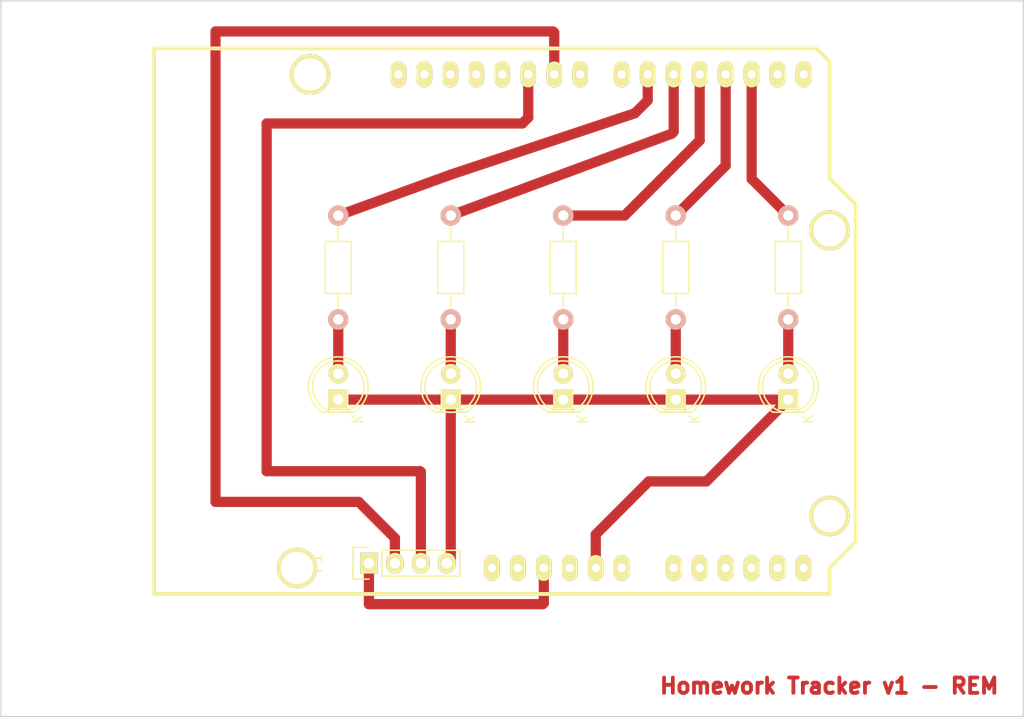
<source format=kicad_pcb>
(kicad_pcb (version 4) (host pcbnew 4.0.2-stable)

  (general
    (links 19)
    (no_connects 0)
    (area 74.924999 57.126 175.075001 128.075001)
    (thickness 1.6)
    (drawings 5)
    (tracks 50)
    (zones 0)
    (modules 12)
    (nets 34)
  )

  (page A4)
  (layers
    (0 F.Cu signal)
    (31 B.Cu signal hide)
    (32 B.Adhes user hide)
    (33 F.Adhes user hide)
    (34 B.Paste user hide)
    (35 F.Paste user hide)
    (36 B.SilkS user hide)
    (37 F.SilkS user hide)
    (38 B.Mask user hide)
    (39 F.Mask user hide)
    (40 Dwgs.User user hide)
    (41 Cmts.User user hide)
    (42 Eco1.User user hide)
    (43 Eco2.User user hide)
    (44 Edge.Cuts user)
    (45 Margin user hide)
    (46 B.CrtYd user hide)
    (47 F.CrtYd user hide)
    (48 B.Fab user hide)
    (49 F.Fab user hide)
  )

  (setup
    (last_trace_width 1)
    (trace_clearance 0.2)
    (zone_clearance 0.508)
    (zone_45_only no)
    (trace_min 0.2)
    (segment_width 0.2)
    (edge_width 0.15)
    (via_size 0.6)
    (via_drill 0.4)
    (via_min_size 0.4)
    (via_min_drill 0.3)
    (uvia_size 0.3)
    (uvia_drill 0.1)
    (uvias_allowed no)
    (uvia_min_size 0.2)
    (uvia_min_drill 0.1)
    (pcb_text_width 0.3)
    (pcb_text_size 1.5 1.5)
    (mod_edge_width 0.15)
    (mod_text_size 1 1)
    (mod_text_width 0.15)
    (pad_size 1.524 1.524)
    (pad_drill 0.762)
    (pad_to_mask_clearance 0.2)
    (aux_axis_origin 0 0)
    (visible_elements FFFFFF7F)
    (pcbplotparams
      (layerselection 0x00030_80000001)
      (usegerberextensions false)
      (excludeedgelayer true)
      (linewidth 0.100000)
      (plotframeref false)
      (viasonmask false)
      (mode 1)
      (useauxorigin false)
      (hpglpennumber 1)
      (hpglpenspeed 20)
      (hpglpendiameter 15)
      (hpglpenoverlay 2)
      (psnegative false)
      (psa4output false)
      (plotreference true)
      (plotvalue true)
      (plotinvisibletext false)
      (padsonsilk false)
      (subtractmaskfromsilk false)
      (outputformat 1)
      (mirror false)
      (drillshape 1)
      (scaleselection 1)
      (outputdirectory ""))
  )

  (net 0 "")
  (net 1 "Net-(D1-Pad1)")
  (net 2 "Net-(D1-Pad2)")
  (net 3 "Net-(D2-Pad2)")
  (net 4 "Net-(D3-Pad2)")
  (net 5 "Net-(D4-Pad2)")
  (net 6 "Net-(D5-Pad2)")
  (net 7 "Net-(P1-Pad1)")
  (net 8 "Net-(P1-Pad2)")
  (net 9 "Net-(P1-Pad3)")
  (net 10 "Net-(R1-Pad1)")
  (net 11 "Net-(R2-Pad1)")
  (net 12 "Net-(R3-Pad1)")
  (net 13 "Net-(R4-Pad1)")
  (net 14 "Net-(R5-Pad1)")
  (net 15 "Net-(SHIELD1-PadAD5)")
  (net 16 "Net-(SHIELD1-PadAD4)")
  (net 17 "Net-(SHIELD1-PadAD3)")
  (net 18 "Net-(SHIELD1-PadAD0)")
  (net 19 "Net-(SHIELD1-PadAD1)")
  (net 20 "Net-(SHIELD1-PadAD2)")
  (net 21 "Net-(SHIELD1-PadV_IN)")
  (net 22 "Net-(SHIELD1-PadGND1)")
  (net 23 "Net-(SHIELD1-Pad3V3)")
  (net 24 "Net-(SHIELD1-PadRST)")
  (net 25 "Net-(SHIELD1-Pad0)")
  (net 26 "Net-(SHIELD1-Pad1)")
  (net 27 "Net-(SHIELD1-Pad7)")
  (net 28 "Net-(SHIELD1-Pad8)")
  (net 29 "Net-(SHIELD1-Pad11)")
  (net 30 "Net-(SHIELD1-Pad12)")
  (net 31 "Net-(SHIELD1-Pad13)")
  (net 32 "Net-(SHIELD1-PadGND3)")
  (net 33 "Net-(SHIELD1-PadAREF)")

  (net_class Default "This is the default net class."
    (clearance 0.2)
    (trace_width 1)
    (via_dia 0.6)
    (via_drill 0.4)
    (uvia_dia 0.3)
    (uvia_drill 0.1)
    (add_net "Net-(D1-Pad1)")
    (add_net "Net-(D1-Pad2)")
    (add_net "Net-(D2-Pad2)")
    (add_net "Net-(D3-Pad2)")
    (add_net "Net-(D4-Pad2)")
    (add_net "Net-(D5-Pad2)")
    (add_net "Net-(P1-Pad1)")
    (add_net "Net-(P1-Pad2)")
    (add_net "Net-(P1-Pad3)")
    (add_net "Net-(R1-Pad1)")
    (add_net "Net-(R2-Pad1)")
    (add_net "Net-(R3-Pad1)")
    (add_net "Net-(R4-Pad1)")
    (add_net "Net-(R5-Pad1)")
    (add_net "Net-(SHIELD1-Pad0)")
    (add_net "Net-(SHIELD1-Pad1)")
    (add_net "Net-(SHIELD1-Pad11)")
    (add_net "Net-(SHIELD1-Pad12)")
    (add_net "Net-(SHIELD1-Pad13)")
    (add_net "Net-(SHIELD1-Pad3V3)")
    (add_net "Net-(SHIELD1-Pad7)")
    (add_net "Net-(SHIELD1-Pad8)")
    (add_net "Net-(SHIELD1-PadAD0)")
    (add_net "Net-(SHIELD1-PadAD1)")
    (add_net "Net-(SHIELD1-PadAD2)")
    (add_net "Net-(SHIELD1-PadAD3)")
    (add_net "Net-(SHIELD1-PadAD4)")
    (add_net "Net-(SHIELD1-PadAD5)")
    (add_net "Net-(SHIELD1-PadAREF)")
    (add_net "Net-(SHIELD1-PadGND1)")
    (add_net "Net-(SHIELD1-PadGND3)")
    (add_net "Net-(SHIELD1-PadRST)")
    (add_net "Net-(SHIELD1-PadV_IN)")
  )

  (module LEDs:LED-5MM (layer F.Cu) (tedit 56F353F1) (tstamp 56F34775)
    (at 108 97 90)
    (descr "LED 5mm round vertical")
    (tags "LED 5mm round vertical")
    (path /56F336AF)
    (fp_text reference D1 (at 5 3 90) (layer Dwgs.User)
      (effects (font (size 1 1) (thickness 0.15)))
    )
    (fp_text value LED (at 2 3 90) (layer Dwgs.User)
      (effects (font (size 1 1) (thickness 0.15)))
    )
    (fp_line (start -1.5 -1.55) (end -1.5 1.55) (layer F.CrtYd) (width 0.05))
    (fp_arc (start 1.3 0) (end -1.5 1.55) (angle -302) (layer F.CrtYd) (width 0.05))
    (fp_arc (start 1.27 0) (end -1.23 -1.5) (angle 297.5) (layer F.SilkS) (width 0.15))
    (fp_line (start -1.23 1.5) (end -1.23 -1.5) (layer F.SilkS) (width 0.15))
    (fp_circle (center 1.27 0) (end 0.97 -2.5) (layer F.SilkS) (width 0.15))
    (fp_text user K (at -1.905 1.905 90) (layer F.SilkS)
      (effects (font (size 1 1) (thickness 0.15)))
    )
    (pad 1 thru_hole rect (at 0 0 180) (size 2 1.9) (drill 1.00076) (layers *.Cu *.Mask F.SilkS)
      (net 1 "Net-(D1-Pad1)"))
    (pad 2 thru_hole circle (at 2.54 0 90) (size 1.9 1.9) (drill 1.00076) (layers *.Cu *.Mask F.SilkS)
      (net 2 "Net-(D1-Pad2)"))
    (model LEDs.3dshapes/LED-5MM.wrl
      (at (xyz 0.05 0 0))
      (scale (xyz 1 1 1))
      (rotate (xyz 0 0 90))
    )
  )

  (module LEDs:LED-5MM (layer F.Cu) (tedit 56F353C9) (tstamp 56F34781)
    (at 119 97 90)
    (descr "LED 5mm round vertical")
    (tags "LED 5mm round vertical")
    (path /56F336E7)
    (fp_text reference D2 (at 5 3 90) (layer Dwgs.User)
      (effects (font (size 1 1) (thickness 0.15)))
    )
    (fp_text value LED (at 2 3 90) (layer Dwgs.User)
      (effects (font (size 1 1) (thickness 0.15)))
    )
    (fp_line (start -1.5 -1.55) (end -1.5 1.55) (layer F.CrtYd) (width 0.05))
    (fp_arc (start 1.3 0) (end -1.5 1.55) (angle -302) (layer F.CrtYd) (width 0.05))
    (fp_arc (start 1.27 0) (end -1.23 -1.5) (angle 297.5) (layer F.SilkS) (width 0.15))
    (fp_line (start -1.23 1.5) (end -1.23 -1.5) (layer F.SilkS) (width 0.15))
    (fp_circle (center 1.27 0) (end 0.97 -2.5) (layer F.SilkS) (width 0.15))
    (fp_text user K (at -1.905 1.905 90) (layer F.SilkS)
      (effects (font (size 1 1) (thickness 0.15)))
    )
    (pad 1 thru_hole rect (at 0 0 180) (size 2 1.9) (drill 1.00076) (layers *.Cu *.Mask F.SilkS)
      (net 1 "Net-(D1-Pad1)"))
    (pad 2 thru_hole circle (at 2.54 0 90) (size 1.9 1.9) (drill 1.00076) (layers *.Cu *.Mask F.SilkS)
      (net 3 "Net-(D2-Pad2)"))
    (model LEDs.3dshapes/LED-5MM.wrl
      (at (xyz 0.05 0 0))
      (scale (xyz 1 1 1))
      (rotate (xyz 0 0 90))
    )
  )

  (module LEDs:LED-5MM (layer F.Cu) (tedit 56F35429) (tstamp 56F3478D)
    (at 130 97 90)
    (descr "LED 5mm round vertical")
    (tags "LED 5mm round vertical")
    (path /56F33710)
    (fp_text reference D3 (at 5 3 90) (layer Dwgs.User)
      (effects (font (size 1 1) (thickness 0.15)))
    )
    (fp_text value LED (at 2 3 90) (layer Dwgs.User)
      (effects (font (size 1 1) (thickness 0.15)))
    )
    (fp_line (start -1.5 -1.55) (end -1.5 1.55) (layer F.CrtYd) (width 0.05))
    (fp_arc (start 1.3 0) (end -1.5 1.55) (angle -302) (layer F.CrtYd) (width 0.05))
    (fp_arc (start 1.27 0) (end -1.23 -1.5) (angle 297.5) (layer F.SilkS) (width 0.15))
    (fp_line (start -1.23 1.5) (end -1.23 -1.5) (layer F.SilkS) (width 0.15))
    (fp_circle (center 1.27 0) (end 0.97 -2.5) (layer F.SilkS) (width 0.15))
    (fp_text user K (at -1.905 1.905 90) (layer F.SilkS)
      (effects (font (size 1 1) (thickness 0.15)))
    )
    (pad 1 thru_hole rect (at 0 0 180) (size 2 1.9) (drill 1.00076) (layers *.Cu *.Mask F.SilkS)
      (net 1 "Net-(D1-Pad1)"))
    (pad 2 thru_hole circle (at 2.54 0 90) (size 1.9 1.9) (drill 1.00076) (layers *.Cu *.Mask F.SilkS)
      (net 4 "Net-(D3-Pad2)"))
    (model LEDs.3dshapes/LED-5MM.wrl
      (at (xyz 0.05 0 0))
      (scale (xyz 1 1 1))
      (rotate (xyz 0 0 90))
    )
  )

  (module LEDs:LED-5MM (layer F.Cu) (tedit 56F3544D) (tstamp 56F34799)
    (at 141 97 90)
    (descr "LED 5mm round vertical")
    (tags "LED 5mm round vertical")
    (path /56F338EC)
    (fp_text reference D4 (at 5 3 90) (layer Dwgs.User)
      (effects (font (size 1 1) (thickness 0.15)))
    )
    (fp_text value LED (at 2 3 90) (layer Dwgs.User)
      (effects (font (size 1 1) (thickness 0.15)))
    )
    (fp_line (start -1.5 -1.55) (end -1.5 1.55) (layer F.CrtYd) (width 0.05))
    (fp_arc (start 1.3 0) (end -1.5 1.55) (angle -302) (layer F.CrtYd) (width 0.05))
    (fp_arc (start 1.27 0) (end -1.23 -1.5) (angle 297.5) (layer F.SilkS) (width 0.15))
    (fp_line (start -1.23 1.5) (end -1.23 -1.5) (layer F.SilkS) (width 0.15))
    (fp_circle (center 1.27 0) (end 0.97 -2.5) (layer F.SilkS) (width 0.15))
    (fp_text user K (at -1.905 1.905 90) (layer F.SilkS)
      (effects (font (size 1 1) (thickness 0.15)))
    )
    (pad 1 thru_hole rect (at 0 0 180) (size 2 1.9) (drill 1.00076) (layers *.Cu *.Mask F.SilkS)
      (net 1 "Net-(D1-Pad1)"))
    (pad 2 thru_hole circle (at 2.54 0 90) (size 1.9 1.9) (drill 1.00076) (layers *.Cu *.Mask F.SilkS)
      (net 5 "Net-(D4-Pad2)"))
    (model LEDs.3dshapes/LED-5MM.wrl
      (at (xyz 0.05 0 0))
      (scale (xyz 1 1 1))
      (rotate (xyz 0 0 90))
    )
  )

  (module LEDs:LED-5MM (layer F.Cu) (tedit 56F35474) (tstamp 56F347A5)
    (at 152 97 90)
    (descr "LED 5mm round vertical")
    (tags "LED 5mm round vertical")
    (path /56F3391E)
    (fp_text reference D5 (at 5 3 90) (layer Dwgs.User)
      (effects (font (size 1 1) (thickness 0.15)))
    )
    (fp_text value LED (at 2 3 90) (layer Dwgs.User)
      (effects (font (size 1 1) (thickness 0.15)))
    )
    (fp_line (start -1.5 -1.55) (end -1.5 1.55) (layer F.CrtYd) (width 0.05))
    (fp_arc (start 1.3 0) (end -1.5 1.55) (angle -302) (layer F.CrtYd) (width 0.05))
    (fp_arc (start 1.27 0) (end -1.23 -1.5) (angle 297.5) (layer F.SilkS) (width 0.15))
    (fp_line (start -1.23 1.5) (end -1.23 -1.5) (layer F.SilkS) (width 0.15))
    (fp_circle (center 1.27 0) (end 0.97 -2.5) (layer F.SilkS) (width 0.15))
    (fp_text user K (at -1.905 1.905 90) (layer F.SilkS)
      (effects (font (size 1 1) (thickness 0.15)))
    )
    (pad 1 thru_hole rect (at 0 0 180) (size 2 1.9) (drill 1.00076) (layers *.Cu *.Mask F.SilkS)
      (net 1 "Net-(D1-Pad1)"))
    (pad 2 thru_hole circle (at 2.54 0 90) (size 1.9 1.9) (drill 1.00076) (layers *.Cu *.Mask F.SilkS)
      (net 6 "Net-(D5-Pad2)"))
    (model LEDs.3dshapes/LED-5MM.wrl
      (at (xyz 0.05 0 0))
      (scale (xyz 1 1 1))
      (rotate (xyz 0 0 90))
    )
  )

  (module Pin_Headers:Pin_Header_Straight_1x04 (layer F.Cu) (tedit 56F35258) (tstamp 56F347B8)
    (at 111 113 90)
    (descr "Through hole pin header")
    (tags "pin header")
    (path /56F33A99)
    (fp_text reference P1 (at 0 -5.1 90) (layer F.SilkS)
      (effects (font (size 1 1) (thickness 0.15)))
    )
    (fp_text value "VCC SOUT EN GND" (at -6 4 180) (layer Dwgs.User)
      (effects (font (size 1 1) (thickness 0.15)))
    )
    (fp_line (start -1.75 -1.75) (end -1.75 9.4) (layer F.CrtYd) (width 0.05))
    (fp_line (start 1.75 -1.75) (end 1.75 9.4) (layer F.CrtYd) (width 0.05))
    (fp_line (start -1.75 -1.75) (end 1.75 -1.75) (layer F.CrtYd) (width 0.05))
    (fp_line (start -1.75 9.4) (end 1.75 9.4) (layer F.CrtYd) (width 0.05))
    (fp_line (start -1.27 1.27) (end -1.27 8.89) (layer F.SilkS) (width 0.15))
    (fp_line (start 1.27 1.27) (end 1.27 8.89) (layer F.SilkS) (width 0.15))
    (fp_line (start 1.55 -1.55) (end 1.55 0) (layer F.SilkS) (width 0.15))
    (fp_line (start -1.27 8.89) (end 1.27 8.89) (layer F.SilkS) (width 0.15))
    (fp_line (start 1.27 1.27) (end -1.27 1.27) (layer F.SilkS) (width 0.15))
    (fp_line (start -1.55 0) (end -1.55 -1.55) (layer F.SilkS) (width 0.15))
    (fp_line (start -1.55 -1.55) (end 1.55 -1.55) (layer F.SilkS) (width 0.15))
    (pad 1 thru_hole rect (at 0 0 90) (size 2.032 1.7272) (drill 1.016) (layers *.Cu *.Mask F.SilkS)
      (net 7 "Net-(P1-Pad1)"))
    (pad 2 thru_hole oval (at 0 2.54 90) (size 2.032 1.7272) (drill 1.016) (layers *.Cu *.Mask F.SilkS)
      (net 8 "Net-(P1-Pad2)"))
    (pad 3 thru_hole oval (at 0 5.08 90) (size 2.032 1.7272) (drill 1.016) (layers *.Cu *.Mask F.SilkS)
      (net 9 "Net-(P1-Pad3)"))
    (pad 4 thru_hole oval (at 0 7.62 90) (size 2.032 1.7272) (drill 1.016) (layers *.Cu *.Mask F.SilkS)
      (net 1 "Net-(D1-Pad1)"))
    (model Pin_Headers.3dshapes/Pin_Header_Straight_1x04.wrl
      (at (xyz 0 -0.15 0))
      (scale (xyz 1 1 1))
      (rotate (xyz 0 0 90))
    )
  )

  (module Resistors_ThroughHole:Resistor_Horizontal_RM10mm (layer F.Cu) (tedit 56F353E5) (tstamp 56F347C8)
    (at 108 79 270)
    (descr "Resistor, Axial,  RM 10mm, 1/3W")
    (tags "Resistor Axial RM 10mm 1/3W")
    (path /56F0B702)
    (fp_text reference R1 (at 7 0 270) (layer Dwgs.User)
      (effects (font (size 1 1) (thickness 0.15)))
    )
    (fp_text value 220 (at 4 0 270) (layer Dwgs.User)
      (effects (font (size 1 1) (thickness 0.15)))
    )
    (fp_line (start -1.25 -1.5) (end 11.4 -1.5) (layer F.CrtYd) (width 0.05))
    (fp_line (start -1.25 1.5) (end -1.25 -1.5) (layer F.CrtYd) (width 0.05))
    (fp_line (start 11.4 -1.5) (end 11.4 1.5) (layer F.CrtYd) (width 0.05))
    (fp_line (start -1.25 1.5) (end 11.4 1.5) (layer F.CrtYd) (width 0.05))
    (fp_line (start 2.54 -1.27) (end 7.62 -1.27) (layer F.SilkS) (width 0.15))
    (fp_line (start 7.62 -1.27) (end 7.62 1.27) (layer F.SilkS) (width 0.15))
    (fp_line (start 7.62 1.27) (end 2.54 1.27) (layer F.SilkS) (width 0.15))
    (fp_line (start 2.54 1.27) (end 2.54 -1.27) (layer F.SilkS) (width 0.15))
    (fp_line (start 2.54 0) (end 1.27 0) (layer F.SilkS) (width 0.15))
    (fp_line (start 7.62 0) (end 8.89 0) (layer F.SilkS) (width 0.15))
    (pad 1 thru_hole circle (at 0 0 270) (size 1.99898 1.99898) (drill 1.00076) (layers *.Cu *.SilkS *.Mask)
      (net 10 "Net-(R1-Pad1)"))
    (pad 2 thru_hole circle (at 10.16 0 270) (size 1.99898 1.99898) (drill 1.00076) (layers *.Cu *.SilkS *.Mask)
      (net 2 "Net-(D1-Pad2)"))
    (model Resistors_ThroughHole.3dshapes/Resistor_Horizontal_RM10mm.wrl
      (at (xyz 0.2 0 0))
      (scale (xyz 0.4 0.4 0.4))
      (rotate (xyz 0 0 0))
    )
  )

  (module Resistors_ThroughHole:Resistor_Horizontal_RM10mm (layer F.Cu) (tedit 56F353FB) (tstamp 56F347D8)
    (at 119 79 270)
    (descr "Resistor, Axial,  RM 10mm, 1/3W")
    (tags "Resistor Axial RM 10mm 1/3W")
    (path /56F0B623)
    (fp_text reference R2 (at 7 0 270) (layer Dwgs.User)
      (effects (font (size 1 1) (thickness 0.15)))
    )
    (fp_text value 220 (at 4 0 270) (layer Dwgs.User)
      (effects (font (size 1 1) (thickness 0.15)))
    )
    (fp_line (start -1.25 -1.5) (end 11.4 -1.5) (layer F.CrtYd) (width 0.05))
    (fp_line (start -1.25 1.5) (end -1.25 -1.5) (layer F.CrtYd) (width 0.05))
    (fp_line (start 11.4 -1.5) (end 11.4 1.5) (layer F.CrtYd) (width 0.05))
    (fp_line (start -1.25 1.5) (end 11.4 1.5) (layer F.CrtYd) (width 0.05))
    (fp_line (start 2.54 -1.27) (end 7.62 -1.27) (layer F.SilkS) (width 0.15))
    (fp_line (start 7.62 -1.27) (end 7.62 1.27) (layer F.SilkS) (width 0.15))
    (fp_line (start 7.62 1.27) (end 2.54 1.27) (layer F.SilkS) (width 0.15))
    (fp_line (start 2.54 1.27) (end 2.54 -1.27) (layer F.SilkS) (width 0.15))
    (fp_line (start 2.54 0) (end 1.27 0) (layer F.SilkS) (width 0.15))
    (fp_line (start 7.62 0) (end 8.89 0) (layer F.SilkS) (width 0.15))
    (pad 1 thru_hole circle (at 0 0 270) (size 1.99898 1.99898) (drill 1.00076) (layers *.Cu *.SilkS *.Mask)
      (net 11 "Net-(R2-Pad1)"))
    (pad 2 thru_hole circle (at 10.16 0 270) (size 1.99898 1.99898) (drill 1.00076) (layers *.Cu *.SilkS *.Mask)
      (net 3 "Net-(D2-Pad2)"))
    (model Resistors_ThroughHole.3dshapes/Resistor_Horizontal_RM10mm.wrl
      (at (xyz 0.2 0 0))
      (scale (xyz 0.4 0.4 0.4))
      (rotate (xyz 0 0 0))
    )
  )

  (module Resistors_ThroughHole:Resistor_Horizontal_RM10mm (layer F.Cu) (tedit 56F35410) (tstamp 56F347E8)
    (at 130 79 270)
    (descr "Resistor, Axial,  RM 10mm, 1/3W")
    (tags "Resistor Axial RM 10mm 1/3W")
    (path /56F32465)
    (fp_text reference R3 (at 7 0 270) (layer Dwgs.User)
      (effects (font (size 1 1) (thickness 0.15)))
    )
    (fp_text value 220 (at 4 0 270) (layer Dwgs.User)
      (effects (font (size 1 1) (thickness 0.15)))
    )
    (fp_line (start -1.25 -1.5) (end 11.4 -1.5) (layer F.CrtYd) (width 0.05))
    (fp_line (start -1.25 1.5) (end -1.25 -1.5) (layer F.CrtYd) (width 0.05))
    (fp_line (start 11.4 -1.5) (end 11.4 1.5) (layer F.CrtYd) (width 0.05))
    (fp_line (start -1.25 1.5) (end 11.4 1.5) (layer F.CrtYd) (width 0.05))
    (fp_line (start 2.54 -1.27) (end 7.62 -1.27) (layer F.SilkS) (width 0.15))
    (fp_line (start 7.62 -1.27) (end 7.62 1.27) (layer F.SilkS) (width 0.15))
    (fp_line (start 7.62 1.27) (end 2.54 1.27) (layer F.SilkS) (width 0.15))
    (fp_line (start 2.54 1.27) (end 2.54 -1.27) (layer F.SilkS) (width 0.15))
    (fp_line (start 2.54 0) (end 1.27 0) (layer F.SilkS) (width 0.15))
    (fp_line (start 7.62 0) (end 8.89 0) (layer F.SilkS) (width 0.15))
    (pad 1 thru_hole circle (at 0 0 270) (size 1.99898 1.99898) (drill 1.00076) (layers *.Cu *.SilkS *.Mask)
      (net 12 "Net-(R3-Pad1)"))
    (pad 2 thru_hole circle (at 10.16 0 270) (size 1.99898 1.99898) (drill 1.00076) (layers *.Cu *.SilkS *.Mask)
      (net 4 "Net-(D3-Pad2)"))
    (model Resistors_ThroughHole.3dshapes/Resistor_Horizontal_RM10mm.wrl
      (at (xyz 0.2 0 0))
      (scale (xyz 0.4 0.4 0.4))
      (rotate (xyz 0 0 0))
    )
  )

  (module Resistors_ThroughHole:Resistor_Horizontal_RM10mm (layer F.Cu) (tedit 56F3543B) (tstamp 56F347F8)
    (at 141 79 270)
    (descr "Resistor, Axial,  RM 10mm, 1/3W")
    (tags "Resistor Axial RM 10mm 1/3W")
    (path /56F3360E)
    (fp_text reference R4 (at 7 0 270) (layer Dwgs.User)
      (effects (font (size 1 1) (thickness 0.15)))
    )
    (fp_text value 220 (at 4 0 270) (layer Dwgs.User)
      (effects (font (size 1 1) (thickness 0.15)))
    )
    (fp_line (start -1.25 -1.5) (end 11.4 -1.5) (layer F.CrtYd) (width 0.05))
    (fp_line (start -1.25 1.5) (end -1.25 -1.5) (layer F.CrtYd) (width 0.05))
    (fp_line (start 11.4 -1.5) (end 11.4 1.5) (layer F.CrtYd) (width 0.05))
    (fp_line (start -1.25 1.5) (end 11.4 1.5) (layer F.CrtYd) (width 0.05))
    (fp_line (start 2.54 -1.27) (end 7.62 -1.27) (layer F.SilkS) (width 0.15))
    (fp_line (start 7.62 -1.27) (end 7.62 1.27) (layer F.SilkS) (width 0.15))
    (fp_line (start 7.62 1.27) (end 2.54 1.27) (layer F.SilkS) (width 0.15))
    (fp_line (start 2.54 1.27) (end 2.54 -1.27) (layer F.SilkS) (width 0.15))
    (fp_line (start 2.54 0) (end 1.27 0) (layer F.SilkS) (width 0.15))
    (fp_line (start 7.62 0) (end 8.89 0) (layer F.SilkS) (width 0.15))
    (pad 1 thru_hole circle (at 0 0 270) (size 1.99898 1.99898) (drill 1.00076) (layers *.Cu *.SilkS *.Mask)
      (net 13 "Net-(R4-Pad1)"))
    (pad 2 thru_hole circle (at 10.16 0 270) (size 1.99898 1.99898) (drill 1.00076) (layers *.Cu *.SilkS *.Mask)
      (net 5 "Net-(D4-Pad2)"))
    (model Resistors_ThroughHole.3dshapes/Resistor_Horizontal_RM10mm.wrl
      (at (xyz 0.2 0 0))
      (scale (xyz 0.4 0.4 0.4))
      (rotate (xyz 0 0 0))
    )
  )

  (module Resistors_ThroughHole:Resistor_Horizontal_RM10mm (layer F.Cu) (tedit 56F35462) (tstamp 56F34808)
    (at 152 79 270)
    (descr "Resistor, Axial,  RM 10mm, 1/3W")
    (tags "Resistor Axial RM 10mm 1/3W")
    (path /56F33640)
    (fp_text reference R5 (at 7 0 270) (layer Dwgs.User)
      (effects (font (size 1 1) (thickness 0.15)))
    )
    (fp_text value 220 (at 4 0 270) (layer Dwgs.User)
      (effects (font (size 1 1) (thickness 0.15)))
    )
    (fp_line (start -1.25 -1.5) (end 11.4 -1.5) (layer F.CrtYd) (width 0.05))
    (fp_line (start -1.25 1.5) (end -1.25 -1.5) (layer F.CrtYd) (width 0.05))
    (fp_line (start 11.4 -1.5) (end 11.4 1.5) (layer F.CrtYd) (width 0.05))
    (fp_line (start -1.25 1.5) (end 11.4 1.5) (layer F.CrtYd) (width 0.05))
    (fp_line (start 2.54 -1.27) (end 7.62 -1.27) (layer F.SilkS) (width 0.15))
    (fp_line (start 7.62 -1.27) (end 7.62 1.27) (layer F.SilkS) (width 0.15))
    (fp_line (start 7.62 1.27) (end 2.54 1.27) (layer F.SilkS) (width 0.15))
    (fp_line (start 2.54 1.27) (end 2.54 -1.27) (layer F.SilkS) (width 0.15))
    (fp_line (start 2.54 0) (end 1.27 0) (layer F.SilkS) (width 0.15))
    (fp_line (start 7.62 0) (end 8.89 0) (layer F.SilkS) (width 0.15))
    (pad 1 thru_hole circle (at 0 0 270) (size 1.99898 1.99898) (drill 1.00076) (layers *.Cu *.SilkS *.Mask)
      (net 14 "Net-(R5-Pad1)"))
    (pad 2 thru_hole circle (at 10.16 0 270) (size 1.99898 1.99898) (drill 1.00076) (layers *.Cu *.SilkS *.Mask)
      (net 6 "Net-(D5-Pad2)"))
    (model Resistors_ThroughHole.3dshapes/Resistor_Horizontal_RM10mm.wrl
      (at (xyz 0.2 0 0))
      (scale (xyz 0.4 0.4 0.4))
      (rotate (xyz 0 0 0))
    )
  )

  (module "arduino_shields:ARDUINO SHIELD" (layer F.Cu) (tedit 56F3529C) (tstamp 56F34835)
    (at 90 116)
    (path /56F0B5FB)
    (fp_text reference SHIELD1 (at 2.54 -57.15) (layer F.SilkS) hide
      (effects (font (thickness 0.3048)))
    )
    (fp_text value ARDUINO_SHIELD (at 5.08 -54.61) (layer F.SilkS) hide
      (effects (font (thickness 0.3048)))
    )
    (fp_line (start 66.04 -40.64) (end 66.04 -52.07) (layer F.SilkS) (width 0.381))
    (fp_line (start 66.04 -52.07) (end 64.77 -53.34) (layer F.SilkS) (width 0.381))
    (fp_line (start 64.77 -53.34) (end 0 -53.34) (layer F.SilkS) (width 0.381))
    (fp_line (start 66.04 0) (end 0 0) (layer F.SilkS) (width 0.381))
    (fp_line (start 0 0) (end 0 -53.34) (layer F.SilkS) (width 0.381))
    (fp_line (start 66.04 -40.64) (end 68.58 -38.1) (layer F.SilkS) (width 0.381))
    (fp_line (start 68.58 -38.1) (end 68.58 -5.08) (layer F.SilkS) (width 0.381))
    (fp_line (start 68.58 -5.08) (end 66.04 -2.54) (layer F.SilkS) (width 0.381))
    (fp_line (start 66.04 -2.54) (end 66.04 0) (layer F.SilkS) (width 0.381))
    (pad AD5 thru_hole oval (at 63.5 -2.54 90) (size 2.54 1.524) (drill 0.8128) (layers *.Cu *.Mask F.SilkS)
      (net 15 "Net-(SHIELD1-PadAD5)"))
    (pad AD4 thru_hole oval (at 60.96 -2.54 90) (size 2.54 1.524) (drill 0.8128) (layers *.Cu *.Mask F.SilkS)
      (net 16 "Net-(SHIELD1-PadAD4)"))
    (pad AD3 thru_hole oval (at 58.42 -2.54 90) (size 2.54 1.524) (drill 0.8128) (layers *.Cu *.Mask F.SilkS)
      (net 17 "Net-(SHIELD1-PadAD3)"))
    (pad AD0 thru_hole oval (at 50.8 -2.54 90) (size 2.54 1.524) (drill 0.8128) (layers *.Cu *.Mask F.SilkS)
      (net 18 "Net-(SHIELD1-PadAD0)"))
    (pad AD1 thru_hole oval (at 53.34 -2.54 90) (size 2.54 1.524) (drill 0.8128) (layers *.Cu *.Mask F.SilkS)
      (net 19 "Net-(SHIELD1-PadAD1)"))
    (pad AD2 thru_hole oval (at 55.88 -2.54 90) (size 2.54 1.524) (drill 0.8128) (layers *.Cu *.Mask F.SilkS)
      (net 20 "Net-(SHIELD1-PadAD2)"))
    (pad V_IN thru_hole oval (at 45.72 -2.54 90) (size 2.54 1.524) (drill 0.8128) (layers *.Cu *.Mask F.SilkS)
      (net 21 "Net-(SHIELD1-PadV_IN)"))
    (pad GND2 thru_hole oval (at 43.18 -2.54 90) (size 2.54 1.524) (drill 0.8128) (layers *.Cu *.Mask F.SilkS)
      (net 1 "Net-(D1-Pad1)"))
    (pad GND1 thru_hole oval (at 40.64 -2.54 90) (size 2.54 1.524) (drill 0.8128) (layers *.Cu *.Mask F.SilkS)
      (net 22 "Net-(SHIELD1-PadGND1)"))
    (pad 3V3 thru_hole oval (at 35.56 -2.54 90) (size 2.54 1.524) (drill 0.8128) (layers *.Cu *.Mask F.SilkS)
      (net 23 "Net-(SHIELD1-Pad3V3)"))
    (pad RST thru_hole oval (at 33.02 -2.54 90) (size 2.54 1.524) (drill 0.8128) (layers *.Cu *.Mask F.SilkS)
      (net 24 "Net-(SHIELD1-PadRST)"))
    (pad 0 thru_hole oval (at 63.5 -50.8 90) (size 2.54 1.524) (drill 0.8128) (layers *.Cu *.Mask F.SilkS)
      (net 25 "Net-(SHIELD1-Pad0)"))
    (pad 1 thru_hole oval (at 60.96 -50.8 90) (size 2.54 1.524) (drill 0.8128) (layers *.Cu *.Mask F.SilkS)
      (net 26 "Net-(SHIELD1-Pad1)"))
    (pad 2 thru_hole oval (at 58.42 -50.8 90) (size 2.54 1.524) (drill 0.8128) (layers *.Cu *.Mask F.SilkS)
      (net 14 "Net-(R5-Pad1)"))
    (pad 3 thru_hole oval (at 55.88 -50.8 90) (size 2.54 1.524) (drill 0.8128) (layers *.Cu *.Mask F.SilkS)
      (net 13 "Net-(R4-Pad1)"))
    (pad 4 thru_hole oval (at 53.34 -50.8 90) (size 2.54 1.524) (drill 0.8128) (layers *.Cu *.Mask F.SilkS)
      (net 12 "Net-(R3-Pad1)"))
    (pad 5 thru_hole oval (at 50.8 -50.8 90) (size 2.54 1.524) (drill 0.8128) (layers *.Cu *.Mask F.SilkS)
      (net 11 "Net-(R2-Pad1)"))
    (pad 6 thru_hole oval (at 48.26 -50.8 90) (size 2.54 1.524) (drill 0.8128) (layers *.Cu *.Mask F.SilkS)
      (net 10 "Net-(R1-Pad1)"))
    (pad 7 thru_hole oval (at 45.72 -50.8 90) (size 2.54 1.524) (drill 0.8128) (layers *.Cu *.Mask F.SilkS)
      (net 27 "Net-(SHIELD1-Pad7)"))
    (pad 8 thru_hole oval (at 41.656 -50.8 90) (size 2.54 1.524) (drill 0.8128) (layers *.Cu *.Mask F.SilkS)
      (net 28 "Net-(SHIELD1-Pad8)"))
    (pad 9 thru_hole oval (at 39.116 -50.8 90) (size 2.54 1.524) (drill 0.8128) (layers *.Cu *.Mask F.SilkS)
      (net 8 "Net-(P1-Pad2)"))
    (pad 10 thru_hole oval (at 36.576 -50.8 90) (size 2.54 1.524) (drill 0.8128) (layers *.Cu *.Mask F.SilkS)
      (net 9 "Net-(P1-Pad3)"))
    (pad 11 thru_hole oval (at 34.036 -50.8 90) (size 2.54 1.524) (drill 0.8128) (layers *.Cu *.Mask F.SilkS)
      (net 29 "Net-(SHIELD1-Pad11)"))
    (pad 12 thru_hole oval (at 31.496 -50.8 90) (size 2.54 1.524) (drill 0.8128) (layers *.Cu *.Mask F.SilkS)
      (net 30 "Net-(SHIELD1-Pad12)"))
    (pad 13 thru_hole oval (at 28.956 -50.8 90) (size 2.54 1.524) (drill 0.8128) (layers *.Cu *.Mask F.SilkS)
      (net 31 "Net-(SHIELD1-Pad13)"))
    (pad GND3 thru_hole oval (at 26.416 -50.8 90) (size 2.54 1.524) (drill 0.8128) (layers *.Cu *.Mask F.SilkS)
      (net 32 "Net-(SHIELD1-PadGND3)"))
    (pad AREF thru_hole oval (at 23.876 -50.8 90) (size 2.54 1.524) (drill 0.8128) (layers *.Cu *.Mask F.SilkS)
      (net 33 "Net-(SHIELD1-PadAREF)"))
    (pad 5V thru_hole oval (at 38.1 -2.54 90) (size 2.54 1.524) (drill 0.8128) (layers *.Cu *.Mask F.SilkS)
      (net 7 "Net-(P1-Pad1)"))
    (pad "" thru_hole circle (at 66.04 -7.62 90) (size 3.937 3.937) (drill 3.175) (layers *.Cu *.Mask F.SilkS))
    (pad "" thru_hole circle (at 66.04 -35.56 90) (size 3.937 3.937) (drill 3.175) (layers *.Cu *.Mask F.SilkS))
    (pad "" thru_hole circle (at 15.24 -50.8 90) (size 3.937 3.937) (drill 3.175) (layers *.Cu *.Mask F.SilkS))
    (pad "" thru_hole circle (at 13.97 -2.54 90) (size 3.937 3.937) (drill 3.175) (layers *.Cu *.Mask F.SilkS))
  )

  (gr_text "Homework Tracker v1 - REM" (at 156 125) (layer F.Cu)
    (effects (font (size 1.5 1.5) (thickness 0.375)))
  )
  (gr_line (start 75 128) (end 75 58) (angle 90) (layer Edge.Cuts) (width 0.15))
  (gr_line (start 175 128) (end 75 128) (angle 90) (layer Edge.Cuts) (width 0.15))
  (gr_line (start 175 58) (end 175 128) (angle 90) (layer Edge.Cuts) (width 0.15))
  (gr_line (start 75 58) (end 175 58) (angle 90) (layer Edge.Cuts) (width 0.15))

  (segment (start 119 112) (end 119 112.62) (width 1) (layer F.Cu) (net 1))
  (segment (start 119 112.62) (end 118.62 113) (width 1) (layer F.Cu) (net 1) (tstamp 56F34E88))
  (segment (start 119 97) (end 119 112) (width 1) (layer F.Cu) (net 1))
  (segment (start 119 112.62) (end 118.62 113) (width 1) (layer F.Cu) (net 1) (tstamp 56F34E48))
  (segment (start 133.18 113.46) (end 133.18 110.18) (width 1) (layer F.Cu) (net 1))
  (segment (start 144 105) (end 152 97) (width 1) (layer F.Cu) (net 1) (tstamp 56F34E3A))
  (segment (start 138.36 105) (end 144 105) (width 1) (layer F.Cu) (net 1) (tstamp 56F34E33))
  (segment (start 133.18 110.18) (end 138.36 105) (width 1) (layer F.Cu) (net 1) (tstamp 56F34E2B))
  (segment (start 141 97) (end 130 97) (width 1) (layer F.Cu) (net 1))
  (segment (start 130 97) (end 119 97) (width 1) (layer F.Cu) (net 1) (tstamp 56F34E11))
  (segment (start 119 97) (end 108 97) (width 1) (layer F.Cu) (net 1) (tstamp 56F34E17))
  (segment (start 152 97) (end 141 97) (width 1) (layer F.Cu) (net 1))
  (segment (start 108 89.16) (end 108 94.46) (width 1) (layer F.Cu) (net 2))
  (segment (start 119 89.16) (end 119 94.46) (width 1) (layer F.Cu) (net 3))
  (segment (start 130 89.16) (end 130 94.46) (width 1) (layer F.Cu) (net 4))
  (segment (start 141 89.16) (end 141 94.46) (width 1) (layer F.Cu) (net 5))
  (segment (start 152 89.16) (end 152 94.46) (width 1) (layer F.Cu) (net 6))
  (segment (start 111 113) (end 111 117) (width 1) (layer F.Cu) (net 7))
  (segment (start 128.1 116.9) (end 128.1 113.46) (width 1) (layer F.Cu) (net 7) (tstamp 56F34E70))
  (segment (start 128 117) (end 128.1 116.9) (width 1) (layer F.Cu) (net 7) (tstamp 56F34E6C))
  (segment (start 111 117) (end 128 117) (width 1) (layer F.Cu) (net 7) (tstamp 56F34E68))
  (segment (start 113.54 113) (end 113.54 110.54) (width 1) (layer F.Cu) (net 8))
  (segment (start 129.116 61.116) (end 129.116 65.2) (width 1) (layer F.Cu) (net 8) (tstamp 56F34ED0))
  (segment (start 129 61) (end 129.116 61.116) (width 1) (layer F.Cu) (net 8) (tstamp 56F34ECB))
  (segment (start 96 61) (end 129 61) (width 1) (layer F.Cu) (net 8) (tstamp 56F34EC5))
  (segment (start 96 107) (end 96 61) (width 1) (layer F.Cu) (net 8) (tstamp 56F34EC2))
  (segment (start 110 107) (end 96 107) (width 1) (layer F.Cu) (net 8) (tstamp 56F34EB6))
  (segment (start 113.54 110.54) (end 110 107) (width 1) (layer F.Cu) (net 8) (tstamp 56F34EB3))
  (segment (start 116.08 113) (end 116.08 104.08) (width 1) (layer F.Cu) (net 9))
  (segment (start 126.576 69.424) (end 126.576 65.2) (width 1) (layer F.Cu) (net 9) (tstamp 56F34EEA))
  (segment (start 126 70) (end 126.576 69.424) (width 1) (layer F.Cu) (net 9) (tstamp 56F34EE7))
  (segment (start 101 70) (end 126 70) (width 1) (layer F.Cu) (net 9) (tstamp 56F34EE3))
  (segment (start 101 104) (end 101 70) (width 1) (layer F.Cu) (net 9) (tstamp 56F34EE0))
  (segment (start 116 104) (end 101 104) (width 1) (layer F.Cu) (net 9) (tstamp 56F34EDA))
  (segment (start 116.08 104.08) (end 116 104) (width 1) (layer F.Cu) (net 9) (tstamp 56F34ED7))
  (segment (start 138.26 65.2) (end 138.26 67.74) (width 1) (layer F.Cu) (net 10))
  (segment (start 119 75) (end 108 79) (width 1) (layer F.Cu) (net 10) (tstamp 56F34D8F))
  (segment (start 137 69) (end 119 75) (width 1) (layer F.Cu) (net 10) (tstamp 56F34D8C))
  (segment (start 138.26 67.74) (end 137 69) (width 1) (layer F.Cu) (net 10) (tstamp 56F34D88))
  (segment (start 140.8 65.2) (end 140.8 70.8) (width 1) (layer F.Cu) (net 11))
  (segment (start 119 79) (end 119 79) (width 1) (layer F.Cu) (net 11) (tstamp 56F34DA0))
  (segment (start 140.6 71) (end 119 79) (width 1) (layer F.Cu) (net 11) (tstamp 56F34D9C))
  (segment (start 140.8 70.8) (end 140.6 71) (width 1) (layer F.Cu) (net 11) (tstamp 56F34D99))
  (segment (start 143.34 65.2) (end 143.34 71.66) (width 1) (layer F.Cu) (net 12))
  (segment (start 136 79) (end 130 79) (width 1) (layer F.Cu) (net 12) (tstamp 56F34DAA))
  (segment (start 143.34 71.66) (end 136 79) (width 1) (layer F.Cu) (net 12) (tstamp 56F34DA4))
  (segment (start 145.88 65.2) (end 145.88 74.12) (width 1) (layer F.Cu) (net 13))
  (segment (start 145.88 74.12) (end 141 79) (width 1) (layer F.Cu) (net 13) (tstamp 56F34DB2))
  (segment (start 148.42 65.2) (end 148.42 75.42) (width 1) (layer F.Cu) (net 14))
  (segment (start 148.42 75.42) (end 152 79) (width 1) (layer F.Cu) (net 14) (tstamp 56F34DB8))

)

</source>
